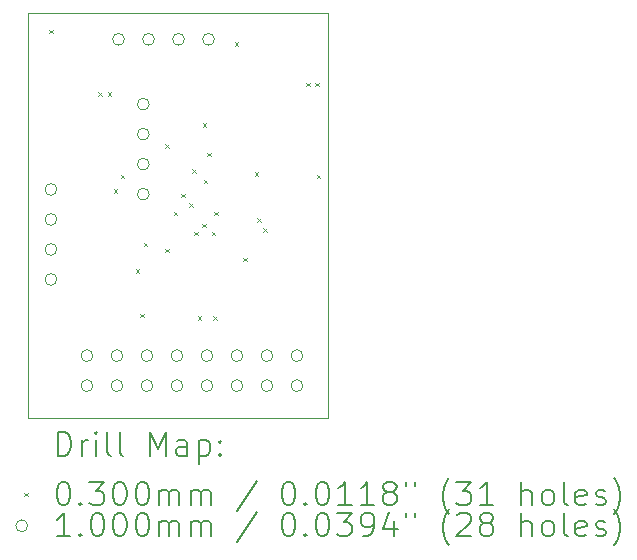
<source format=gbr>
%TF.GenerationSoftware,KiCad,Pcbnew,(6.0.7)*%
%TF.CreationDate,2023-06-30T23:32:27-07:00*%
%TF.ProjectId,RFD900 Interface,52464439-3030-4204-996e-746572666163,rev?*%
%TF.SameCoordinates,Original*%
%TF.FileFunction,Drillmap*%
%TF.FilePolarity,Positive*%
%FSLAX45Y45*%
G04 Gerber Fmt 4.5, Leading zero omitted, Abs format (unit mm)*
G04 Created by KiCad (PCBNEW (6.0.7)) date 2023-06-30 23:32:27*
%MOMM*%
%LPD*%
G01*
G04 APERTURE LIST*
%ADD10C,0.100000*%
%ADD11C,0.200000*%
%ADD12C,0.030000*%
G04 APERTURE END LIST*
D10*
X2540000Y-2540000D02*
X5080000Y-2540000D01*
X5080000Y-2540000D02*
X5080000Y-5969000D01*
X5080000Y-5969000D02*
X2540000Y-5969000D01*
X2540000Y-5969000D02*
X2540000Y-2540000D01*
D11*
D12*
X2720158Y-2679018D02*
X2750158Y-2709018D01*
X2750158Y-2679018D02*
X2720158Y-2709018D01*
X3135000Y-3207500D02*
X3165000Y-3237500D01*
X3165000Y-3207500D02*
X3135000Y-3237500D01*
X3215000Y-3207500D02*
X3245000Y-3237500D01*
X3245000Y-3207500D02*
X3215000Y-3237500D01*
X3265000Y-4030000D02*
X3295000Y-4060000D01*
X3295000Y-4030000D02*
X3265000Y-4060000D01*
X3322500Y-3907500D02*
X3352500Y-3937500D01*
X3352500Y-3907500D02*
X3322500Y-3937500D01*
X3450000Y-4705000D02*
X3480000Y-4735000D01*
X3480000Y-4705000D02*
X3450000Y-4735000D01*
X3487500Y-5082500D02*
X3517500Y-5112500D01*
X3517500Y-5082500D02*
X3487500Y-5112500D01*
X3520107Y-4482393D02*
X3550107Y-4512393D01*
X3550107Y-4482393D02*
X3520107Y-4512393D01*
X3701765Y-4530499D02*
X3731765Y-4560499D01*
X3731765Y-4530499D02*
X3701765Y-4560499D01*
X3702500Y-3647500D02*
X3732500Y-3677500D01*
X3732500Y-3647500D02*
X3702500Y-3677500D01*
X3772500Y-4220000D02*
X3802500Y-4250000D01*
X3802500Y-4220000D02*
X3772500Y-4250000D01*
X3837500Y-4067500D02*
X3867500Y-4097500D01*
X3867500Y-4067500D02*
X3837500Y-4097500D01*
X3902394Y-4147450D02*
X3932394Y-4177450D01*
X3932394Y-4147450D02*
X3902394Y-4177450D01*
X3928079Y-3857500D02*
X3958079Y-3887500D01*
X3958079Y-3857500D02*
X3928079Y-3887500D01*
X3945440Y-4387965D02*
X3975440Y-4417965D01*
X3975440Y-4387965D02*
X3945440Y-4417965D01*
X3975000Y-5102500D02*
X4005000Y-5132500D01*
X4005000Y-5102500D02*
X3975000Y-5132500D01*
X4012500Y-4322500D02*
X4042500Y-4352500D01*
X4042500Y-4322500D02*
X4012500Y-4352500D01*
X4017500Y-3467500D02*
X4047500Y-3497500D01*
X4047500Y-3467500D02*
X4017500Y-3497500D01*
X4025000Y-3950000D02*
X4055000Y-3980000D01*
X4055000Y-3950000D02*
X4025000Y-3980000D01*
X4057500Y-3720000D02*
X4087500Y-3750000D01*
X4087500Y-3720000D02*
X4057500Y-3750000D01*
X4095000Y-4390000D02*
X4125000Y-4420000D01*
X4125000Y-4390000D02*
X4095000Y-4420000D01*
X4105000Y-5105050D02*
X4135000Y-5135050D01*
X4135000Y-5105050D02*
X4105000Y-5135050D01*
X4115175Y-4218749D02*
X4145175Y-4248749D01*
X4145175Y-4218749D02*
X4115175Y-4248749D01*
X4287500Y-2785000D02*
X4317500Y-2815000D01*
X4317500Y-2785000D02*
X4287500Y-2815000D01*
X4360000Y-4610000D02*
X4390000Y-4640000D01*
X4390000Y-4610000D02*
X4360000Y-4640000D01*
X4460000Y-3882500D02*
X4490000Y-3912500D01*
X4490000Y-3882500D02*
X4460000Y-3912500D01*
X4477500Y-4272500D02*
X4507500Y-4302500D01*
X4507500Y-4272500D02*
X4477500Y-4302500D01*
X4530000Y-4360000D02*
X4560000Y-4390000D01*
X4560000Y-4360000D02*
X4530000Y-4390000D01*
X4895000Y-3125000D02*
X4925000Y-3155000D01*
X4925000Y-3125000D02*
X4895000Y-3155000D01*
X4970000Y-3125000D02*
X5000000Y-3155000D01*
X5000000Y-3125000D02*
X4970000Y-3155000D01*
X4982500Y-3907500D02*
X5012500Y-3937500D01*
X5012500Y-3907500D02*
X4982500Y-3937500D01*
D10*
X2782500Y-4030000D02*
G75*
G03*
X2782500Y-4030000I-50000J0D01*
G01*
X2782500Y-4284000D02*
G75*
G03*
X2782500Y-4284000I-50000J0D01*
G01*
X2782500Y-4538000D02*
G75*
G03*
X2782500Y-4538000I-50000J0D01*
G01*
X2782500Y-4792000D02*
G75*
G03*
X2782500Y-4792000I-50000J0D01*
G01*
X3088000Y-5437500D02*
G75*
G03*
X3088000Y-5437500I-50000J0D01*
G01*
X3088000Y-5691500D02*
G75*
G03*
X3088000Y-5691500I-50000J0D01*
G01*
X3342000Y-5437500D02*
G75*
G03*
X3342000Y-5437500I-50000J0D01*
G01*
X3342000Y-5691500D02*
G75*
G03*
X3342000Y-5691500I-50000J0D01*
G01*
X3355000Y-2760000D02*
G75*
G03*
X3355000Y-2760000I-50000J0D01*
G01*
X3565000Y-3308000D02*
G75*
G03*
X3565000Y-3308000I-50000J0D01*
G01*
X3565000Y-3562000D02*
G75*
G03*
X3565000Y-3562000I-50000J0D01*
G01*
X3565000Y-3816000D02*
G75*
G03*
X3565000Y-3816000I-50000J0D01*
G01*
X3565000Y-4070000D02*
G75*
G03*
X3565000Y-4070000I-50000J0D01*
G01*
X3596000Y-5437500D02*
G75*
G03*
X3596000Y-5437500I-50000J0D01*
G01*
X3596000Y-5691500D02*
G75*
G03*
X3596000Y-5691500I-50000J0D01*
G01*
X3609000Y-2760000D02*
G75*
G03*
X3609000Y-2760000I-50000J0D01*
G01*
X3850000Y-5437500D02*
G75*
G03*
X3850000Y-5437500I-50000J0D01*
G01*
X3850000Y-5691500D02*
G75*
G03*
X3850000Y-5691500I-50000J0D01*
G01*
X3863000Y-2760000D02*
G75*
G03*
X3863000Y-2760000I-50000J0D01*
G01*
X4104000Y-5437500D02*
G75*
G03*
X4104000Y-5437500I-50000J0D01*
G01*
X4104000Y-5691500D02*
G75*
G03*
X4104000Y-5691500I-50000J0D01*
G01*
X4117000Y-2760000D02*
G75*
G03*
X4117000Y-2760000I-50000J0D01*
G01*
X4358000Y-5437500D02*
G75*
G03*
X4358000Y-5437500I-50000J0D01*
G01*
X4358000Y-5691500D02*
G75*
G03*
X4358000Y-5691500I-50000J0D01*
G01*
X4612000Y-5437500D02*
G75*
G03*
X4612000Y-5437500I-50000J0D01*
G01*
X4612000Y-5691500D02*
G75*
G03*
X4612000Y-5691500I-50000J0D01*
G01*
X4866000Y-5437500D02*
G75*
G03*
X4866000Y-5437500I-50000J0D01*
G01*
X4866000Y-5691500D02*
G75*
G03*
X4866000Y-5691500I-50000J0D01*
G01*
D11*
X2792619Y-6284476D02*
X2792619Y-6084476D01*
X2840238Y-6084476D01*
X2868809Y-6094000D01*
X2887857Y-6113048D01*
X2897381Y-6132095D01*
X2906905Y-6170190D01*
X2906905Y-6198762D01*
X2897381Y-6236857D01*
X2887857Y-6255905D01*
X2868809Y-6274952D01*
X2840238Y-6284476D01*
X2792619Y-6284476D01*
X2992619Y-6284476D02*
X2992619Y-6151143D01*
X2992619Y-6189238D02*
X3002143Y-6170190D01*
X3011667Y-6160667D01*
X3030714Y-6151143D01*
X3049762Y-6151143D01*
X3116428Y-6284476D02*
X3116428Y-6151143D01*
X3116428Y-6084476D02*
X3106905Y-6094000D01*
X3116428Y-6103524D01*
X3125952Y-6094000D01*
X3116428Y-6084476D01*
X3116428Y-6103524D01*
X3240238Y-6284476D02*
X3221190Y-6274952D01*
X3211667Y-6255905D01*
X3211667Y-6084476D01*
X3345000Y-6284476D02*
X3325952Y-6274952D01*
X3316428Y-6255905D01*
X3316428Y-6084476D01*
X3573571Y-6284476D02*
X3573571Y-6084476D01*
X3640238Y-6227333D01*
X3706905Y-6084476D01*
X3706905Y-6284476D01*
X3887857Y-6284476D02*
X3887857Y-6179714D01*
X3878333Y-6160667D01*
X3859286Y-6151143D01*
X3821190Y-6151143D01*
X3802143Y-6160667D01*
X3887857Y-6274952D02*
X3868809Y-6284476D01*
X3821190Y-6284476D01*
X3802143Y-6274952D01*
X3792619Y-6255905D01*
X3792619Y-6236857D01*
X3802143Y-6217809D01*
X3821190Y-6208286D01*
X3868809Y-6208286D01*
X3887857Y-6198762D01*
X3983095Y-6151143D02*
X3983095Y-6351143D01*
X3983095Y-6160667D02*
X4002143Y-6151143D01*
X4040238Y-6151143D01*
X4059286Y-6160667D01*
X4068809Y-6170190D01*
X4078333Y-6189238D01*
X4078333Y-6246381D01*
X4068809Y-6265428D01*
X4059286Y-6274952D01*
X4040238Y-6284476D01*
X4002143Y-6284476D01*
X3983095Y-6274952D01*
X4164048Y-6265428D02*
X4173571Y-6274952D01*
X4164048Y-6284476D01*
X4154524Y-6274952D01*
X4164048Y-6265428D01*
X4164048Y-6284476D01*
X4164048Y-6160667D02*
X4173571Y-6170190D01*
X4164048Y-6179714D01*
X4154524Y-6170190D01*
X4164048Y-6160667D01*
X4164048Y-6179714D01*
D12*
X2505000Y-6599000D02*
X2535000Y-6629000D01*
X2535000Y-6599000D02*
X2505000Y-6629000D01*
D11*
X2830714Y-6504476D02*
X2849762Y-6504476D01*
X2868809Y-6514000D01*
X2878333Y-6523524D01*
X2887857Y-6542571D01*
X2897381Y-6580667D01*
X2897381Y-6628286D01*
X2887857Y-6666381D01*
X2878333Y-6685428D01*
X2868809Y-6694952D01*
X2849762Y-6704476D01*
X2830714Y-6704476D01*
X2811667Y-6694952D01*
X2802143Y-6685428D01*
X2792619Y-6666381D01*
X2783095Y-6628286D01*
X2783095Y-6580667D01*
X2792619Y-6542571D01*
X2802143Y-6523524D01*
X2811667Y-6514000D01*
X2830714Y-6504476D01*
X2983095Y-6685428D02*
X2992619Y-6694952D01*
X2983095Y-6704476D01*
X2973571Y-6694952D01*
X2983095Y-6685428D01*
X2983095Y-6704476D01*
X3059286Y-6504476D02*
X3183095Y-6504476D01*
X3116428Y-6580667D01*
X3145000Y-6580667D01*
X3164048Y-6590190D01*
X3173571Y-6599714D01*
X3183095Y-6618762D01*
X3183095Y-6666381D01*
X3173571Y-6685428D01*
X3164048Y-6694952D01*
X3145000Y-6704476D01*
X3087857Y-6704476D01*
X3068809Y-6694952D01*
X3059286Y-6685428D01*
X3306905Y-6504476D02*
X3325952Y-6504476D01*
X3345000Y-6514000D01*
X3354524Y-6523524D01*
X3364048Y-6542571D01*
X3373571Y-6580667D01*
X3373571Y-6628286D01*
X3364048Y-6666381D01*
X3354524Y-6685428D01*
X3345000Y-6694952D01*
X3325952Y-6704476D01*
X3306905Y-6704476D01*
X3287857Y-6694952D01*
X3278333Y-6685428D01*
X3268809Y-6666381D01*
X3259286Y-6628286D01*
X3259286Y-6580667D01*
X3268809Y-6542571D01*
X3278333Y-6523524D01*
X3287857Y-6514000D01*
X3306905Y-6504476D01*
X3497381Y-6504476D02*
X3516428Y-6504476D01*
X3535476Y-6514000D01*
X3545000Y-6523524D01*
X3554524Y-6542571D01*
X3564048Y-6580667D01*
X3564048Y-6628286D01*
X3554524Y-6666381D01*
X3545000Y-6685428D01*
X3535476Y-6694952D01*
X3516428Y-6704476D01*
X3497381Y-6704476D01*
X3478333Y-6694952D01*
X3468809Y-6685428D01*
X3459286Y-6666381D01*
X3449762Y-6628286D01*
X3449762Y-6580667D01*
X3459286Y-6542571D01*
X3468809Y-6523524D01*
X3478333Y-6514000D01*
X3497381Y-6504476D01*
X3649762Y-6704476D02*
X3649762Y-6571143D01*
X3649762Y-6590190D02*
X3659286Y-6580667D01*
X3678333Y-6571143D01*
X3706905Y-6571143D01*
X3725952Y-6580667D01*
X3735476Y-6599714D01*
X3735476Y-6704476D01*
X3735476Y-6599714D02*
X3745000Y-6580667D01*
X3764048Y-6571143D01*
X3792619Y-6571143D01*
X3811667Y-6580667D01*
X3821190Y-6599714D01*
X3821190Y-6704476D01*
X3916428Y-6704476D02*
X3916428Y-6571143D01*
X3916428Y-6590190D02*
X3925952Y-6580667D01*
X3945000Y-6571143D01*
X3973571Y-6571143D01*
X3992619Y-6580667D01*
X4002143Y-6599714D01*
X4002143Y-6704476D01*
X4002143Y-6599714D02*
X4011667Y-6580667D01*
X4030714Y-6571143D01*
X4059286Y-6571143D01*
X4078333Y-6580667D01*
X4087857Y-6599714D01*
X4087857Y-6704476D01*
X4478333Y-6494952D02*
X4306905Y-6752095D01*
X4735476Y-6504476D02*
X4754524Y-6504476D01*
X4773571Y-6514000D01*
X4783095Y-6523524D01*
X4792619Y-6542571D01*
X4802143Y-6580667D01*
X4802143Y-6628286D01*
X4792619Y-6666381D01*
X4783095Y-6685428D01*
X4773571Y-6694952D01*
X4754524Y-6704476D01*
X4735476Y-6704476D01*
X4716429Y-6694952D01*
X4706905Y-6685428D01*
X4697381Y-6666381D01*
X4687857Y-6628286D01*
X4687857Y-6580667D01*
X4697381Y-6542571D01*
X4706905Y-6523524D01*
X4716429Y-6514000D01*
X4735476Y-6504476D01*
X4887857Y-6685428D02*
X4897381Y-6694952D01*
X4887857Y-6704476D01*
X4878333Y-6694952D01*
X4887857Y-6685428D01*
X4887857Y-6704476D01*
X5021190Y-6504476D02*
X5040238Y-6504476D01*
X5059286Y-6514000D01*
X5068810Y-6523524D01*
X5078333Y-6542571D01*
X5087857Y-6580667D01*
X5087857Y-6628286D01*
X5078333Y-6666381D01*
X5068810Y-6685428D01*
X5059286Y-6694952D01*
X5040238Y-6704476D01*
X5021190Y-6704476D01*
X5002143Y-6694952D01*
X4992619Y-6685428D01*
X4983095Y-6666381D01*
X4973571Y-6628286D01*
X4973571Y-6580667D01*
X4983095Y-6542571D01*
X4992619Y-6523524D01*
X5002143Y-6514000D01*
X5021190Y-6504476D01*
X5278333Y-6704476D02*
X5164048Y-6704476D01*
X5221190Y-6704476D02*
X5221190Y-6504476D01*
X5202143Y-6533048D01*
X5183095Y-6552095D01*
X5164048Y-6561619D01*
X5468810Y-6704476D02*
X5354524Y-6704476D01*
X5411667Y-6704476D02*
X5411667Y-6504476D01*
X5392619Y-6533048D01*
X5373571Y-6552095D01*
X5354524Y-6561619D01*
X5583095Y-6590190D02*
X5564048Y-6580667D01*
X5554524Y-6571143D01*
X5545000Y-6552095D01*
X5545000Y-6542571D01*
X5554524Y-6523524D01*
X5564048Y-6514000D01*
X5583095Y-6504476D01*
X5621190Y-6504476D01*
X5640238Y-6514000D01*
X5649762Y-6523524D01*
X5659286Y-6542571D01*
X5659286Y-6552095D01*
X5649762Y-6571143D01*
X5640238Y-6580667D01*
X5621190Y-6590190D01*
X5583095Y-6590190D01*
X5564048Y-6599714D01*
X5554524Y-6609238D01*
X5545000Y-6628286D01*
X5545000Y-6666381D01*
X5554524Y-6685428D01*
X5564048Y-6694952D01*
X5583095Y-6704476D01*
X5621190Y-6704476D01*
X5640238Y-6694952D01*
X5649762Y-6685428D01*
X5659286Y-6666381D01*
X5659286Y-6628286D01*
X5649762Y-6609238D01*
X5640238Y-6599714D01*
X5621190Y-6590190D01*
X5735476Y-6504476D02*
X5735476Y-6542571D01*
X5811667Y-6504476D02*
X5811667Y-6542571D01*
X6106905Y-6780667D02*
X6097381Y-6771143D01*
X6078333Y-6742571D01*
X6068809Y-6723524D01*
X6059286Y-6694952D01*
X6049762Y-6647333D01*
X6049762Y-6609238D01*
X6059286Y-6561619D01*
X6068809Y-6533048D01*
X6078333Y-6514000D01*
X6097381Y-6485428D01*
X6106905Y-6475905D01*
X6164048Y-6504476D02*
X6287857Y-6504476D01*
X6221190Y-6580667D01*
X6249762Y-6580667D01*
X6268809Y-6590190D01*
X6278333Y-6599714D01*
X6287857Y-6618762D01*
X6287857Y-6666381D01*
X6278333Y-6685428D01*
X6268809Y-6694952D01*
X6249762Y-6704476D01*
X6192619Y-6704476D01*
X6173571Y-6694952D01*
X6164048Y-6685428D01*
X6478333Y-6704476D02*
X6364048Y-6704476D01*
X6421190Y-6704476D02*
X6421190Y-6504476D01*
X6402143Y-6533048D01*
X6383095Y-6552095D01*
X6364048Y-6561619D01*
X6716428Y-6704476D02*
X6716428Y-6504476D01*
X6802143Y-6704476D02*
X6802143Y-6599714D01*
X6792619Y-6580667D01*
X6773571Y-6571143D01*
X6745000Y-6571143D01*
X6725952Y-6580667D01*
X6716428Y-6590190D01*
X6925952Y-6704476D02*
X6906905Y-6694952D01*
X6897381Y-6685428D01*
X6887857Y-6666381D01*
X6887857Y-6609238D01*
X6897381Y-6590190D01*
X6906905Y-6580667D01*
X6925952Y-6571143D01*
X6954524Y-6571143D01*
X6973571Y-6580667D01*
X6983095Y-6590190D01*
X6992619Y-6609238D01*
X6992619Y-6666381D01*
X6983095Y-6685428D01*
X6973571Y-6694952D01*
X6954524Y-6704476D01*
X6925952Y-6704476D01*
X7106905Y-6704476D02*
X7087857Y-6694952D01*
X7078333Y-6675905D01*
X7078333Y-6504476D01*
X7259286Y-6694952D02*
X7240238Y-6704476D01*
X7202143Y-6704476D01*
X7183095Y-6694952D01*
X7173571Y-6675905D01*
X7173571Y-6599714D01*
X7183095Y-6580667D01*
X7202143Y-6571143D01*
X7240238Y-6571143D01*
X7259286Y-6580667D01*
X7268809Y-6599714D01*
X7268809Y-6618762D01*
X7173571Y-6637809D01*
X7345000Y-6694952D02*
X7364048Y-6704476D01*
X7402143Y-6704476D01*
X7421190Y-6694952D01*
X7430714Y-6675905D01*
X7430714Y-6666381D01*
X7421190Y-6647333D01*
X7402143Y-6637809D01*
X7373571Y-6637809D01*
X7354524Y-6628286D01*
X7345000Y-6609238D01*
X7345000Y-6599714D01*
X7354524Y-6580667D01*
X7373571Y-6571143D01*
X7402143Y-6571143D01*
X7421190Y-6580667D01*
X7497381Y-6780667D02*
X7506905Y-6771143D01*
X7525952Y-6742571D01*
X7535476Y-6723524D01*
X7545000Y-6694952D01*
X7554524Y-6647333D01*
X7554524Y-6609238D01*
X7545000Y-6561619D01*
X7535476Y-6533048D01*
X7525952Y-6514000D01*
X7506905Y-6485428D01*
X7497381Y-6475905D01*
D10*
X2535000Y-6878000D02*
G75*
G03*
X2535000Y-6878000I-50000J0D01*
G01*
D11*
X2897381Y-6968476D02*
X2783095Y-6968476D01*
X2840238Y-6968476D02*
X2840238Y-6768476D01*
X2821190Y-6797048D01*
X2802143Y-6816095D01*
X2783095Y-6825619D01*
X2983095Y-6949428D02*
X2992619Y-6958952D01*
X2983095Y-6968476D01*
X2973571Y-6958952D01*
X2983095Y-6949428D01*
X2983095Y-6968476D01*
X3116428Y-6768476D02*
X3135476Y-6768476D01*
X3154524Y-6778000D01*
X3164048Y-6787524D01*
X3173571Y-6806571D01*
X3183095Y-6844667D01*
X3183095Y-6892286D01*
X3173571Y-6930381D01*
X3164048Y-6949428D01*
X3154524Y-6958952D01*
X3135476Y-6968476D01*
X3116428Y-6968476D01*
X3097381Y-6958952D01*
X3087857Y-6949428D01*
X3078333Y-6930381D01*
X3068809Y-6892286D01*
X3068809Y-6844667D01*
X3078333Y-6806571D01*
X3087857Y-6787524D01*
X3097381Y-6778000D01*
X3116428Y-6768476D01*
X3306905Y-6768476D02*
X3325952Y-6768476D01*
X3345000Y-6778000D01*
X3354524Y-6787524D01*
X3364048Y-6806571D01*
X3373571Y-6844667D01*
X3373571Y-6892286D01*
X3364048Y-6930381D01*
X3354524Y-6949428D01*
X3345000Y-6958952D01*
X3325952Y-6968476D01*
X3306905Y-6968476D01*
X3287857Y-6958952D01*
X3278333Y-6949428D01*
X3268809Y-6930381D01*
X3259286Y-6892286D01*
X3259286Y-6844667D01*
X3268809Y-6806571D01*
X3278333Y-6787524D01*
X3287857Y-6778000D01*
X3306905Y-6768476D01*
X3497381Y-6768476D02*
X3516428Y-6768476D01*
X3535476Y-6778000D01*
X3545000Y-6787524D01*
X3554524Y-6806571D01*
X3564048Y-6844667D01*
X3564048Y-6892286D01*
X3554524Y-6930381D01*
X3545000Y-6949428D01*
X3535476Y-6958952D01*
X3516428Y-6968476D01*
X3497381Y-6968476D01*
X3478333Y-6958952D01*
X3468809Y-6949428D01*
X3459286Y-6930381D01*
X3449762Y-6892286D01*
X3449762Y-6844667D01*
X3459286Y-6806571D01*
X3468809Y-6787524D01*
X3478333Y-6778000D01*
X3497381Y-6768476D01*
X3649762Y-6968476D02*
X3649762Y-6835143D01*
X3649762Y-6854190D02*
X3659286Y-6844667D01*
X3678333Y-6835143D01*
X3706905Y-6835143D01*
X3725952Y-6844667D01*
X3735476Y-6863714D01*
X3735476Y-6968476D01*
X3735476Y-6863714D02*
X3745000Y-6844667D01*
X3764048Y-6835143D01*
X3792619Y-6835143D01*
X3811667Y-6844667D01*
X3821190Y-6863714D01*
X3821190Y-6968476D01*
X3916428Y-6968476D02*
X3916428Y-6835143D01*
X3916428Y-6854190D02*
X3925952Y-6844667D01*
X3945000Y-6835143D01*
X3973571Y-6835143D01*
X3992619Y-6844667D01*
X4002143Y-6863714D01*
X4002143Y-6968476D01*
X4002143Y-6863714D02*
X4011667Y-6844667D01*
X4030714Y-6835143D01*
X4059286Y-6835143D01*
X4078333Y-6844667D01*
X4087857Y-6863714D01*
X4087857Y-6968476D01*
X4478333Y-6758952D02*
X4306905Y-7016095D01*
X4735476Y-6768476D02*
X4754524Y-6768476D01*
X4773571Y-6778000D01*
X4783095Y-6787524D01*
X4792619Y-6806571D01*
X4802143Y-6844667D01*
X4802143Y-6892286D01*
X4792619Y-6930381D01*
X4783095Y-6949428D01*
X4773571Y-6958952D01*
X4754524Y-6968476D01*
X4735476Y-6968476D01*
X4716429Y-6958952D01*
X4706905Y-6949428D01*
X4697381Y-6930381D01*
X4687857Y-6892286D01*
X4687857Y-6844667D01*
X4697381Y-6806571D01*
X4706905Y-6787524D01*
X4716429Y-6778000D01*
X4735476Y-6768476D01*
X4887857Y-6949428D02*
X4897381Y-6958952D01*
X4887857Y-6968476D01*
X4878333Y-6958952D01*
X4887857Y-6949428D01*
X4887857Y-6968476D01*
X5021190Y-6768476D02*
X5040238Y-6768476D01*
X5059286Y-6778000D01*
X5068810Y-6787524D01*
X5078333Y-6806571D01*
X5087857Y-6844667D01*
X5087857Y-6892286D01*
X5078333Y-6930381D01*
X5068810Y-6949428D01*
X5059286Y-6958952D01*
X5040238Y-6968476D01*
X5021190Y-6968476D01*
X5002143Y-6958952D01*
X4992619Y-6949428D01*
X4983095Y-6930381D01*
X4973571Y-6892286D01*
X4973571Y-6844667D01*
X4983095Y-6806571D01*
X4992619Y-6787524D01*
X5002143Y-6778000D01*
X5021190Y-6768476D01*
X5154524Y-6768476D02*
X5278333Y-6768476D01*
X5211667Y-6844667D01*
X5240238Y-6844667D01*
X5259286Y-6854190D01*
X5268810Y-6863714D01*
X5278333Y-6882762D01*
X5278333Y-6930381D01*
X5268810Y-6949428D01*
X5259286Y-6958952D01*
X5240238Y-6968476D01*
X5183095Y-6968476D01*
X5164048Y-6958952D01*
X5154524Y-6949428D01*
X5373571Y-6968476D02*
X5411667Y-6968476D01*
X5430714Y-6958952D01*
X5440238Y-6949428D01*
X5459286Y-6920857D01*
X5468810Y-6882762D01*
X5468810Y-6806571D01*
X5459286Y-6787524D01*
X5449762Y-6778000D01*
X5430714Y-6768476D01*
X5392619Y-6768476D01*
X5373571Y-6778000D01*
X5364048Y-6787524D01*
X5354524Y-6806571D01*
X5354524Y-6854190D01*
X5364048Y-6873238D01*
X5373571Y-6882762D01*
X5392619Y-6892286D01*
X5430714Y-6892286D01*
X5449762Y-6882762D01*
X5459286Y-6873238D01*
X5468810Y-6854190D01*
X5640238Y-6835143D02*
X5640238Y-6968476D01*
X5592619Y-6758952D02*
X5545000Y-6901809D01*
X5668809Y-6901809D01*
X5735476Y-6768476D02*
X5735476Y-6806571D01*
X5811667Y-6768476D02*
X5811667Y-6806571D01*
X6106905Y-7044667D02*
X6097381Y-7035143D01*
X6078333Y-7006571D01*
X6068809Y-6987524D01*
X6059286Y-6958952D01*
X6049762Y-6911333D01*
X6049762Y-6873238D01*
X6059286Y-6825619D01*
X6068809Y-6797048D01*
X6078333Y-6778000D01*
X6097381Y-6749428D01*
X6106905Y-6739905D01*
X6173571Y-6787524D02*
X6183095Y-6778000D01*
X6202143Y-6768476D01*
X6249762Y-6768476D01*
X6268809Y-6778000D01*
X6278333Y-6787524D01*
X6287857Y-6806571D01*
X6287857Y-6825619D01*
X6278333Y-6854190D01*
X6164048Y-6968476D01*
X6287857Y-6968476D01*
X6402143Y-6854190D02*
X6383095Y-6844667D01*
X6373571Y-6835143D01*
X6364048Y-6816095D01*
X6364048Y-6806571D01*
X6373571Y-6787524D01*
X6383095Y-6778000D01*
X6402143Y-6768476D01*
X6440238Y-6768476D01*
X6459286Y-6778000D01*
X6468809Y-6787524D01*
X6478333Y-6806571D01*
X6478333Y-6816095D01*
X6468809Y-6835143D01*
X6459286Y-6844667D01*
X6440238Y-6854190D01*
X6402143Y-6854190D01*
X6383095Y-6863714D01*
X6373571Y-6873238D01*
X6364048Y-6892286D01*
X6364048Y-6930381D01*
X6373571Y-6949428D01*
X6383095Y-6958952D01*
X6402143Y-6968476D01*
X6440238Y-6968476D01*
X6459286Y-6958952D01*
X6468809Y-6949428D01*
X6478333Y-6930381D01*
X6478333Y-6892286D01*
X6468809Y-6873238D01*
X6459286Y-6863714D01*
X6440238Y-6854190D01*
X6716428Y-6968476D02*
X6716428Y-6768476D01*
X6802143Y-6968476D02*
X6802143Y-6863714D01*
X6792619Y-6844667D01*
X6773571Y-6835143D01*
X6745000Y-6835143D01*
X6725952Y-6844667D01*
X6716428Y-6854190D01*
X6925952Y-6968476D02*
X6906905Y-6958952D01*
X6897381Y-6949428D01*
X6887857Y-6930381D01*
X6887857Y-6873238D01*
X6897381Y-6854190D01*
X6906905Y-6844667D01*
X6925952Y-6835143D01*
X6954524Y-6835143D01*
X6973571Y-6844667D01*
X6983095Y-6854190D01*
X6992619Y-6873238D01*
X6992619Y-6930381D01*
X6983095Y-6949428D01*
X6973571Y-6958952D01*
X6954524Y-6968476D01*
X6925952Y-6968476D01*
X7106905Y-6968476D02*
X7087857Y-6958952D01*
X7078333Y-6939905D01*
X7078333Y-6768476D01*
X7259286Y-6958952D02*
X7240238Y-6968476D01*
X7202143Y-6968476D01*
X7183095Y-6958952D01*
X7173571Y-6939905D01*
X7173571Y-6863714D01*
X7183095Y-6844667D01*
X7202143Y-6835143D01*
X7240238Y-6835143D01*
X7259286Y-6844667D01*
X7268809Y-6863714D01*
X7268809Y-6882762D01*
X7173571Y-6901809D01*
X7345000Y-6958952D02*
X7364048Y-6968476D01*
X7402143Y-6968476D01*
X7421190Y-6958952D01*
X7430714Y-6939905D01*
X7430714Y-6930381D01*
X7421190Y-6911333D01*
X7402143Y-6901809D01*
X7373571Y-6901809D01*
X7354524Y-6892286D01*
X7345000Y-6873238D01*
X7345000Y-6863714D01*
X7354524Y-6844667D01*
X7373571Y-6835143D01*
X7402143Y-6835143D01*
X7421190Y-6844667D01*
X7497381Y-7044667D02*
X7506905Y-7035143D01*
X7525952Y-7006571D01*
X7535476Y-6987524D01*
X7545000Y-6958952D01*
X7554524Y-6911333D01*
X7554524Y-6873238D01*
X7545000Y-6825619D01*
X7535476Y-6797048D01*
X7525952Y-6778000D01*
X7506905Y-6749428D01*
X7497381Y-6739905D01*
M02*

</source>
